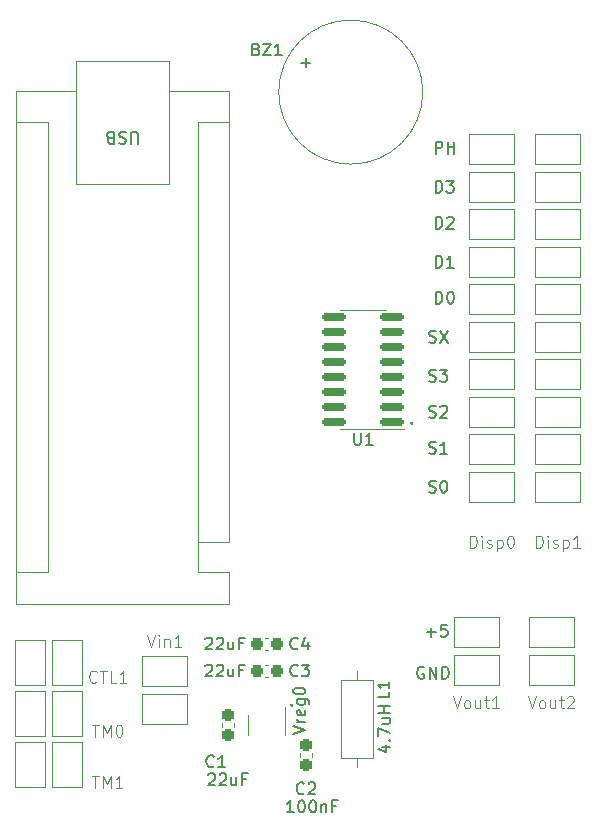
<source format=gbr>
%TF.GenerationSoftware,KiCad,Pcbnew,7.0.8*%
%TF.CreationDate,2023-12-02T15:31:10-08:00*%
%TF.ProjectId,LED_MAIN_BOARD_POWER,4c45445f-4d41-4494-9e5f-424f4152445f,rev?*%
%TF.SameCoordinates,Original*%
%TF.FileFunction,Legend,Top*%
%TF.FilePolarity,Positive*%
%FSLAX46Y46*%
G04 Gerber Fmt 4.6, Leading zero omitted, Abs format (unit mm)*
G04 Created by KiCad (PCBNEW 7.0.8) date 2023-12-02 15:31:10*
%MOMM*%
%LPD*%
G01*
G04 APERTURE LIST*
G04 Aperture macros list*
%AMRoundRect*
0 Rectangle with rounded corners*
0 $1 Rounding radius*
0 $2 $3 $4 $5 $6 $7 $8 $9 X,Y pos of 4 corners*
0 Add a 4 corners polygon primitive as box body*
4,1,4,$2,$3,$4,$5,$6,$7,$8,$9,$2,$3,0*
0 Add four circle primitives for the rounded corners*
1,1,$1+$1,$2,$3*
1,1,$1+$1,$4,$5*
1,1,$1+$1,$6,$7*
1,1,$1+$1,$8,$9*
0 Add four rect primitives between the rounded corners*
20,1,$1+$1,$2,$3,$4,$5,0*
20,1,$1+$1,$4,$5,$6,$7,0*
20,1,$1+$1,$6,$7,$8,$9,0*
20,1,$1+$1,$8,$9,$2,$3,0*%
G04 Aperture macros list end*
%ADD10C,0.150000*%
%ADD11C,0.100000*%
%ADD12C,0.120000*%
%ADD13R,2.540000X1.524000*%
%ADD14R,1.524000X2.540000*%
%ADD15RoundRect,0.237500X0.300000X0.237500X-0.300000X0.237500X-0.300000X-0.237500X0.300000X-0.237500X0*%
%ADD16R,1.600000X1.600000*%
%ADD17O,1.600000X1.600000*%
%ADD18C,1.600000*%
%ADD19R,2.000000X2.000000*%
%ADD20C,2.000000*%
%ADD21C,3.200000*%
%ADD22RoundRect,0.237500X-0.237500X0.300000X-0.237500X-0.300000X0.237500X-0.300000X0.237500X0.300000X0*%
%ADD23R,0.650000X2.000000*%
%ADD24RoundRect,0.150000X0.825000X0.150000X-0.825000X0.150000X-0.825000X-0.150000X0.825000X-0.150000X0*%
G04 APERTURE END LIST*
D10*
X192868779Y-73783819D02*
X192868779Y-72783819D01*
X192868779Y-72783819D02*
X193249731Y-72783819D01*
X193249731Y-72783819D02*
X193344969Y-72831438D01*
X193344969Y-72831438D02*
X193392588Y-72879057D01*
X193392588Y-72879057D02*
X193440207Y-72974295D01*
X193440207Y-72974295D02*
X193440207Y-73117152D01*
X193440207Y-73117152D02*
X193392588Y-73212390D01*
X193392588Y-73212390D02*
X193344969Y-73260009D01*
X193344969Y-73260009D02*
X193249731Y-73307628D01*
X193249731Y-73307628D02*
X192868779Y-73307628D01*
X193868779Y-73783819D02*
X193868779Y-72783819D01*
X193868779Y-73260009D02*
X194440207Y-73260009D01*
X194440207Y-73783819D02*
X194440207Y-72783819D01*
X192868779Y-80133819D02*
X192868779Y-79133819D01*
X192868779Y-79133819D02*
X193106874Y-79133819D01*
X193106874Y-79133819D02*
X193249731Y-79181438D01*
X193249731Y-79181438D02*
X193344969Y-79276676D01*
X193344969Y-79276676D02*
X193392588Y-79371914D01*
X193392588Y-79371914D02*
X193440207Y-79562390D01*
X193440207Y-79562390D02*
X193440207Y-79705247D01*
X193440207Y-79705247D02*
X193392588Y-79895723D01*
X193392588Y-79895723D02*
X193344969Y-79990961D01*
X193344969Y-79990961D02*
X193249731Y-80086200D01*
X193249731Y-80086200D02*
X193106874Y-80133819D01*
X193106874Y-80133819D02*
X192868779Y-80133819D01*
X193821160Y-79229057D02*
X193868779Y-79181438D01*
X193868779Y-79181438D02*
X193964017Y-79133819D01*
X193964017Y-79133819D02*
X194202112Y-79133819D01*
X194202112Y-79133819D02*
X194297350Y-79181438D01*
X194297350Y-79181438D02*
X194344969Y-79229057D01*
X194344969Y-79229057D02*
X194392588Y-79324295D01*
X194392588Y-79324295D02*
X194392588Y-79419533D01*
X194392588Y-79419533D02*
X194344969Y-79562390D01*
X194344969Y-79562390D02*
X193773541Y-80133819D01*
X193773541Y-80133819D02*
X194392588Y-80133819D01*
X192313160Y-102438200D02*
X192456017Y-102485819D01*
X192456017Y-102485819D02*
X192694112Y-102485819D01*
X192694112Y-102485819D02*
X192789350Y-102438200D01*
X192789350Y-102438200D02*
X192836969Y-102390580D01*
X192836969Y-102390580D02*
X192884588Y-102295342D01*
X192884588Y-102295342D02*
X192884588Y-102200104D01*
X192884588Y-102200104D02*
X192836969Y-102104866D01*
X192836969Y-102104866D02*
X192789350Y-102057247D01*
X192789350Y-102057247D02*
X192694112Y-102009628D01*
X192694112Y-102009628D02*
X192503636Y-101962009D01*
X192503636Y-101962009D02*
X192408398Y-101914390D01*
X192408398Y-101914390D02*
X192360779Y-101866771D01*
X192360779Y-101866771D02*
X192313160Y-101771533D01*
X192313160Y-101771533D02*
X192313160Y-101676295D01*
X192313160Y-101676295D02*
X192360779Y-101581057D01*
X192360779Y-101581057D02*
X192408398Y-101533438D01*
X192408398Y-101533438D02*
X192503636Y-101485819D01*
X192503636Y-101485819D02*
X192741731Y-101485819D01*
X192741731Y-101485819D02*
X192884588Y-101533438D01*
X193503636Y-101485819D02*
X193598874Y-101485819D01*
X193598874Y-101485819D02*
X193694112Y-101533438D01*
X193694112Y-101533438D02*
X193741731Y-101581057D01*
X193741731Y-101581057D02*
X193789350Y-101676295D01*
X193789350Y-101676295D02*
X193836969Y-101866771D01*
X193836969Y-101866771D02*
X193836969Y-102104866D01*
X193836969Y-102104866D02*
X193789350Y-102295342D01*
X193789350Y-102295342D02*
X193741731Y-102390580D01*
X193741731Y-102390580D02*
X193694112Y-102438200D01*
X193694112Y-102438200D02*
X193598874Y-102485819D01*
X193598874Y-102485819D02*
X193503636Y-102485819D01*
X193503636Y-102485819D02*
X193408398Y-102438200D01*
X193408398Y-102438200D02*
X193360779Y-102390580D01*
X193360779Y-102390580D02*
X193313160Y-102295342D01*
X193313160Y-102295342D02*
X193265541Y-102104866D01*
X193265541Y-102104866D02*
X193265541Y-101866771D01*
X193265541Y-101866771D02*
X193313160Y-101676295D01*
X193313160Y-101676295D02*
X193360779Y-101581057D01*
X193360779Y-101581057D02*
X193408398Y-101533438D01*
X193408398Y-101533438D02*
X193503636Y-101485819D01*
X192868779Y-77085819D02*
X192868779Y-76085819D01*
X192868779Y-76085819D02*
X193106874Y-76085819D01*
X193106874Y-76085819D02*
X193249731Y-76133438D01*
X193249731Y-76133438D02*
X193344969Y-76228676D01*
X193344969Y-76228676D02*
X193392588Y-76323914D01*
X193392588Y-76323914D02*
X193440207Y-76514390D01*
X193440207Y-76514390D02*
X193440207Y-76657247D01*
X193440207Y-76657247D02*
X193392588Y-76847723D01*
X193392588Y-76847723D02*
X193344969Y-76942961D01*
X193344969Y-76942961D02*
X193249731Y-77038200D01*
X193249731Y-77038200D02*
X193106874Y-77085819D01*
X193106874Y-77085819D02*
X192868779Y-77085819D01*
X193773541Y-76085819D02*
X194392588Y-76085819D01*
X194392588Y-76085819D02*
X194059255Y-76466771D01*
X194059255Y-76466771D02*
X194202112Y-76466771D01*
X194202112Y-76466771D02*
X194297350Y-76514390D01*
X194297350Y-76514390D02*
X194344969Y-76562009D01*
X194344969Y-76562009D02*
X194392588Y-76657247D01*
X194392588Y-76657247D02*
X194392588Y-76895342D01*
X194392588Y-76895342D02*
X194344969Y-76990580D01*
X194344969Y-76990580D02*
X194297350Y-77038200D01*
X194297350Y-77038200D02*
X194202112Y-77085819D01*
X194202112Y-77085819D02*
X193916398Y-77085819D01*
X193916398Y-77085819D02*
X193821160Y-77038200D01*
X193821160Y-77038200D02*
X193773541Y-76990580D01*
X180676779Y-120424580D02*
X180724398Y-120472200D01*
X180724398Y-120472200D02*
X180676779Y-120519819D01*
X180676779Y-120519819D02*
X180629160Y-120472200D01*
X180629160Y-120472200D02*
X180676779Y-120424580D01*
X180676779Y-120424580D02*
X180676779Y-120519819D01*
X192868779Y-86483819D02*
X192868779Y-85483819D01*
X192868779Y-85483819D02*
X193106874Y-85483819D01*
X193106874Y-85483819D02*
X193249731Y-85531438D01*
X193249731Y-85531438D02*
X193344969Y-85626676D01*
X193344969Y-85626676D02*
X193392588Y-85721914D01*
X193392588Y-85721914D02*
X193440207Y-85912390D01*
X193440207Y-85912390D02*
X193440207Y-86055247D01*
X193440207Y-86055247D02*
X193392588Y-86245723D01*
X193392588Y-86245723D02*
X193344969Y-86340961D01*
X193344969Y-86340961D02*
X193249731Y-86436200D01*
X193249731Y-86436200D02*
X193106874Y-86483819D01*
X193106874Y-86483819D02*
X192868779Y-86483819D01*
X194059255Y-85483819D02*
X194154493Y-85483819D01*
X194154493Y-85483819D02*
X194249731Y-85531438D01*
X194249731Y-85531438D02*
X194297350Y-85579057D01*
X194297350Y-85579057D02*
X194344969Y-85674295D01*
X194344969Y-85674295D02*
X194392588Y-85864771D01*
X194392588Y-85864771D02*
X194392588Y-86102866D01*
X194392588Y-86102866D02*
X194344969Y-86293342D01*
X194344969Y-86293342D02*
X194297350Y-86388580D01*
X194297350Y-86388580D02*
X194249731Y-86436200D01*
X194249731Y-86436200D02*
X194154493Y-86483819D01*
X194154493Y-86483819D02*
X194059255Y-86483819D01*
X194059255Y-86483819D02*
X193964017Y-86436200D01*
X193964017Y-86436200D02*
X193916398Y-86388580D01*
X193916398Y-86388580D02*
X193868779Y-86293342D01*
X193868779Y-86293342D02*
X193821160Y-86102866D01*
X193821160Y-86102866D02*
X193821160Y-85864771D01*
X193821160Y-85864771D02*
X193868779Y-85674295D01*
X193868779Y-85674295D02*
X193916398Y-85579057D01*
X193916398Y-85579057D02*
X193964017Y-85531438D01*
X193964017Y-85531438D02*
X194059255Y-85483819D01*
X192868779Y-83435819D02*
X192868779Y-82435819D01*
X192868779Y-82435819D02*
X193106874Y-82435819D01*
X193106874Y-82435819D02*
X193249731Y-82483438D01*
X193249731Y-82483438D02*
X193344969Y-82578676D01*
X193344969Y-82578676D02*
X193392588Y-82673914D01*
X193392588Y-82673914D02*
X193440207Y-82864390D01*
X193440207Y-82864390D02*
X193440207Y-83007247D01*
X193440207Y-83007247D02*
X193392588Y-83197723D01*
X193392588Y-83197723D02*
X193344969Y-83292961D01*
X193344969Y-83292961D02*
X193249731Y-83388200D01*
X193249731Y-83388200D02*
X193106874Y-83435819D01*
X193106874Y-83435819D02*
X192868779Y-83435819D01*
X194392588Y-83435819D02*
X193821160Y-83435819D01*
X194106874Y-83435819D02*
X194106874Y-82435819D01*
X194106874Y-82435819D02*
X194011636Y-82578676D01*
X194011636Y-82578676D02*
X193916398Y-82673914D01*
X193916398Y-82673914D02*
X193821160Y-82721533D01*
X192313160Y-99136200D02*
X192456017Y-99183819D01*
X192456017Y-99183819D02*
X192694112Y-99183819D01*
X192694112Y-99183819D02*
X192789350Y-99136200D01*
X192789350Y-99136200D02*
X192836969Y-99088580D01*
X192836969Y-99088580D02*
X192884588Y-98993342D01*
X192884588Y-98993342D02*
X192884588Y-98898104D01*
X192884588Y-98898104D02*
X192836969Y-98802866D01*
X192836969Y-98802866D02*
X192789350Y-98755247D01*
X192789350Y-98755247D02*
X192694112Y-98707628D01*
X192694112Y-98707628D02*
X192503636Y-98660009D01*
X192503636Y-98660009D02*
X192408398Y-98612390D01*
X192408398Y-98612390D02*
X192360779Y-98564771D01*
X192360779Y-98564771D02*
X192313160Y-98469533D01*
X192313160Y-98469533D02*
X192313160Y-98374295D01*
X192313160Y-98374295D02*
X192360779Y-98279057D01*
X192360779Y-98279057D02*
X192408398Y-98231438D01*
X192408398Y-98231438D02*
X192503636Y-98183819D01*
X192503636Y-98183819D02*
X192741731Y-98183819D01*
X192741731Y-98183819D02*
X192884588Y-98231438D01*
X193836969Y-99183819D02*
X193265541Y-99183819D01*
X193551255Y-99183819D02*
X193551255Y-98183819D01*
X193551255Y-98183819D02*
X193456017Y-98326676D01*
X193456017Y-98326676D02*
X193360779Y-98421914D01*
X193360779Y-98421914D02*
X193265541Y-98469533D01*
X192313160Y-89738200D02*
X192456017Y-89785819D01*
X192456017Y-89785819D02*
X192694112Y-89785819D01*
X192694112Y-89785819D02*
X192789350Y-89738200D01*
X192789350Y-89738200D02*
X192836969Y-89690580D01*
X192836969Y-89690580D02*
X192884588Y-89595342D01*
X192884588Y-89595342D02*
X192884588Y-89500104D01*
X192884588Y-89500104D02*
X192836969Y-89404866D01*
X192836969Y-89404866D02*
X192789350Y-89357247D01*
X192789350Y-89357247D02*
X192694112Y-89309628D01*
X192694112Y-89309628D02*
X192503636Y-89262009D01*
X192503636Y-89262009D02*
X192408398Y-89214390D01*
X192408398Y-89214390D02*
X192360779Y-89166771D01*
X192360779Y-89166771D02*
X192313160Y-89071533D01*
X192313160Y-89071533D02*
X192313160Y-88976295D01*
X192313160Y-88976295D02*
X192360779Y-88881057D01*
X192360779Y-88881057D02*
X192408398Y-88833438D01*
X192408398Y-88833438D02*
X192503636Y-88785819D01*
X192503636Y-88785819D02*
X192741731Y-88785819D01*
X192741731Y-88785819D02*
X192884588Y-88833438D01*
X193217922Y-88785819D02*
X193884588Y-89785819D01*
X193884588Y-88785819D02*
X193217922Y-89785819D01*
X190836779Y-96548580D02*
X190884398Y-96596200D01*
X190884398Y-96596200D02*
X190836779Y-96643819D01*
X190836779Y-96643819D02*
X190789160Y-96596200D01*
X190789160Y-96596200D02*
X190836779Y-96548580D01*
X190836779Y-96548580D02*
X190836779Y-96643819D01*
X192313160Y-96088200D02*
X192456017Y-96135819D01*
X192456017Y-96135819D02*
X192694112Y-96135819D01*
X192694112Y-96135819D02*
X192789350Y-96088200D01*
X192789350Y-96088200D02*
X192836969Y-96040580D01*
X192836969Y-96040580D02*
X192884588Y-95945342D01*
X192884588Y-95945342D02*
X192884588Y-95850104D01*
X192884588Y-95850104D02*
X192836969Y-95754866D01*
X192836969Y-95754866D02*
X192789350Y-95707247D01*
X192789350Y-95707247D02*
X192694112Y-95659628D01*
X192694112Y-95659628D02*
X192503636Y-95612009D01*
X192503636Y-95612009D02*
X192408398Y-95564390D01*
X192408398Y-95564390D02*
X192360779Y-95516771D01*
X192360779Y-95516771D02*
X192313160Y-95421533D01*
X192313160Y-95421533D02*
X192313160Y-95326295D01*
X192313160Y-95326295D02*
X192360779Y-95231057D01*
X192360779Y-95231057D02*
X192408398Y-95183438D01*
X192408398Y-95183438D02*
X192503636Y-95135819D01*
X192503636Y-95135819D02*
X192741731Y-95135819D01*
X192741731Y-95135819D02*
X192884588Y-95183438D01*
X193265541Y-95231057D02*
X193313160Y-95183438D01*
X193313160Y-95183438D02*
X193408398Y-95135819D01*
X193408398Y-95135819D02*
X193646493Y-95135819D01*
X193646493Y-95135819D02*
X193741731Y-95183438D01*
X193741731Y-95183438D02*
X193789350Y-95231057D01*
X193789350Y-95231057D02*
X193836969Y-95326295D01*
X193836969Y-95326295D02*
X193836969Y-95421533D01*
X193836969Y-95421533D02*
X193789350Y-95564390D01*
X193789350Y-95564390D02*
X193217922Y-96135819D01*
X193217922Y-96135819D02*
X193836969Y-96135819D01*
X192106779Y-114296866D02*
X192868684Y-114296866D01*
X192487731Y-114677819D02*
X192487731Y-113915914D01*
X193821064Y-113677819D02*
X193344874Y-113677819D01*
X193344874Y-113677819D02*
X193297255Y-114154009D01*
X193297255Y-114154009D02*
X193344874Y-114106390D01*
X193344874Y-114106390D02*
X193440112Y-114058771D01*
X193440112Y-114058771D02*
X193678207Y-114058771D01*
X193678207Y-114058771D02*
X193773445Y-114106390D01*
X193773445Y-114106390D02*
X193821064Y-114154009D01*
X193821064Y-114154009D02*
X193868683Y-114249247D01*
X193868683Y-114249247D02*
X193868683Y-114487342D01*
X193868683Y-114487342D02*
X193821064Y-114582580D01*
X193821064Y-114582580D02*
X193773445Y-114630200D01*
X193773445Y-114630200D02*
X193678207Y-114677819D01*
X193678207Y-114677819D02*
X193440112Y-114677819D01*
X193440112Y-114677819D02*
X193344874Y-114630200D01*
X193344874Y-114630200D02*
X193297255Y-114582580D01*
X192313160Y-93040200D02*
X192456017Y-93087819D01*
X192456017Y-93087819D02*
X192694112Y-93087819D01*
X192694112Y-93087819D02*
X192789350Y-93040200D01*
X192789350Y-93040200D02*
X192836969Y-92992580D01*
X192836969Y-92992580D02*
X192884588Y-92897342D01*
X192884588Y-92897342D02*
X192884588Y-92802104D01*
X192884588Y-92802104D02*
X192836969Y-92706866D01*
X192836969Y-92706866D02*
X192789350Y-92659247D01*
X192789350Y-92659247D02*
X192694112Y-92611628D01*
X192694112Y-92611628D02*
X192503636Y-92564009D01*
X192503636Y-92564009D02*
X192408398Y-92516390D01*
X192408398Y-92516390D02*
X192360779Y-92468771D01*
X192360779Y-92468771D02*
X192313160Y-92373533D01*
X192313160Y-92373533D02*
X192313160Y-92278295D01*
X192313160Y-92278295D02*
X192360779Y-92183057D01*
X192360779Y-92183057D02*
X192408398Y-92135438D01*
X192408398Y-92135438D02*
X192503636Y-92087819D01*
X192503636Y-92087819D02*
X192741731Y-92087819D01*
X192741731Y-92087819D02*
X192884588Y-92135438D01*
X193217922Y-92087819D02*
X193836969Y-92087819D01*
X193836969Y-92087819D02*
X193503636Y-92468771D01*
X193503636Y-92468771D02*
X193646493Y-92468771D01*
X193646493Y-92468771D02*
X193741731Y-92516390D01*
X193741731Y-92516390D02*
X193789350Y-92564009D01*
X193789350Y-92564009D02*
X193836969Y-92659247D01*
X193836969Y-92659247D02*
X193836969Y-92897342D01*
X193836969Y-92897342D02*
X193789350Y-92992580D01*
X193789350Y-92992580D02*
X193741731Y-93040200D01*
X193741731Y-93040200D02*
X193646493Y-93087819D01*
X193646493Y-93087819D02*
X193360779Y-93087819D01*
X193360779Y-93087819D02*
X193265541Y-93040200D01*
X193265541Y-93040200D02*
X193217922Y-92992580D01*
X191868588Y-117281438D02*
X191773350Y-117233819D01*
X191773350Y-117233819D02*
X191630493Y-117233819D01*
X191630493Y-117233819D02*
X191487636Y-117281438D01*
X191487636Y-117281438D02*
X191392398Y-117376676D01*
X191392398Y-117376676D02*
X191344779Y-117471914D01*
X191344779Y-117471914D02*
X191297160Y-117662390D01*
X191297160Y-117662390D02*
X191297160Y-117805247D01*
X191297160Y-117805247D02*
X191344779Y-117995723D01*
X191344779Y-117995723D02*
X191392398Y-118090961D01*
X191392398Y-118090961D02*
X191487636Y-118186200D01*
X191487636Y-118186200D02*
X191630493Y-118233819D01*
X191630493Y-118233819D02*
X191725731Y-118233819D01*
X191725731Y-118233819D02*
X191868588Y-118186200D01*
X191868588Y-118186200D02*
X191916207Y-118138580D01*
X191916207Y-118138580D02*
X191916207Y-117805247D01*
X191916207Y-117805247D02*
X191725731Y-117805247D01*
X192344779Y-118233819D02*
X192344779Y-117233819D01*
X192344779Y-117233819D02*
X192916207Y-118233819D01*
X192916207Y-118233819D02*
X192916207Y-117233819D01*
X193392398Y-118233819D02*
X193392398Y-117233819D01*
X193392398Y-117233819D02*
X193630493Y-117233819D01*
X193630493Y-117233819D02*
X193773350Y-117281438D01*
X193773350Y-117281438D02*
X193868588Y-117376676D01*
X193868588Y-117376676D02*
X193916207Y-117471914D01*
X193916207Y-117471914D02*
X193963826Y-117662390D01*
X193963826Y-117662390D02*
X193963826Y-117805247D01*
X193963826Y-117805247D02*
X193916207Y-117995723D01*
X193916207Y-117995723D02*
X193868588Y-118090961D01*
X193868588Y-118090961D02*
X193773350Y-118186200D01*
X193773350Y-118186200D02*
X193630493Y-118233819D01*
X193630493Y-118233819D02*
X193392398Y-118233819D01*
D11*
X201366667Y-107137419D02*
X201366667Y-106137419D01*
X201366667Y-106137419D02*
X201604762Y-106137419D01*
X201604762Y-106137419D02*
X201747619Y-106185038D01*
X201747619Y-106185038D02*
X201842857Y-106280276D01*
X201842857Y-106280276D02*
X201890476Y-106375514D01*
X201890476Y-106375514D02*
X201938095Y-106565990D01*
X201938095Y-106565990D02*
X201938095Y-106708847D01*
X201938095Y-106708847D02*
X201890476Y-106899323D01*
X201890476Y-106899323D02*
X201842857Y-106994561D01*
X201842857Y-106994561D02*
X201747619Y-107089800D01*
X201747619Y-107089800D02*
X201604762Y-107137419D01*
X201604762Y-107137419D02*
X201366667Y-107137419D01*
X202366667Y-107137419D02*
X202366667Y-106470752D01*
X202366667Y-106137419D02*
X202319048Y-106185038D01*
X202319048Y-106185038D02*
X202366667Y-106232657D01*
X202366667Y-106232657D02*
X202414286Y-106185038D01*
X202414286Y-106185038D02*
X202366667Y-106137419D01*
X202366667Y-106137419D02*
X202366667Y-106232657D01*
X202795238Y-107089800D02*
X202890476Y-107137419D01*
X202890476Y-107137419D02*
X203080952Y-107137419D01*
X203080952Y-107137419D02*
X203176190Y-107089800D01*
X203176190Y-107089800D02*
X203223809Y-106994561D01*
X203223809Y-106994561D02*
X203223809Y-106946942D01*
X203223809Y-106946942D02*
X203176190Y-106851704D01*
X203176190Y-106851704D02*
X203080952Y-106804085D01*
X203080952Y-106804085D02*
X202938095Y-106804085D01*
X202938095Y-106804085D02*
X202842857Y-106756466D01*
X202842857Y-106756466D02*
X202795238Y-106661228D01*
X202795238Y-106661228D02*
X202795238Y-106613609D01*
X202795238Y-106613609D02*
X202842857Y-106518371D01*
X202842857Y-106518371D02*
X202938095Y-106470752D01*
X202938095Y-106470752D02*
X203080952Y-106470752D01*
X203080952Y-106470752D02*
X203176190Y-106518371D01*
X203652381Y-106470752D02*
X203652381Y-107470752D01*
X203652381Y-106518371D02*
X203747619Y-106470752D01*
X203747619Y-106470752D02*
X203938095Y-106470752D01*
X203938095Y-106470752D02*
X204033333Y-106518371D01*
X204033333Y-106518371D02*
X204080952Y-106565990D01*
X204080952Y-106565990D02*
X204128571Y-106661228D01*
X204128571Y-106661228D02*
X204128571Y-106946942D01*
X204128571Y-106946942D02*
X204080952Y-107042180D01*
X204080952Y-107042180D02*
X204033333Y-107089800D01*
X204033333Y-107089800D02*
X203938095Y-107137419D01*
X203938095Y-107137419D02*
X203747619Y-107137419D01*
X203747619Y-107137419D02*
X203652381Y-107089800D01*
X205080952Y-107137419D02*
X204509524Y-107137419D01*
X204795238Y-107137419D02*
X204795238Y-106137419D01*
X204795238Y-106137419D02*
X204700000Y-106280276D01*
X204700000Y-106280276D02*
X204604762Y-106375514D01*
X204604762Y-106375514D02*
X204509524Y-106423133D01*
X164147618Y-118472180D02*
X164099999Y-118519800D01*
X164099999Y-118519800D02*
X163957142Y-118567419D01*
X163957142Y-118567419D02*
X163861904Y-118567419D01*
X163861904Y-118567419D02*
X163719047Y-118519800D01*
X163719047Y-118519800D02*
X163623809Y-118424561D01*
X163623809Y-118424561D02*
X163576190Y-118329323D01*
X163576190Y-118329323D02*
X163528571Y-118138847D01*
X163528571Y-118138847D02*
X163528571Y-117995990D01*
X163528571Y-117995990D02*
X163576190Y-117805514D01*
X163576190Y-117805514D02*
X163623809Y-117710276D01*
X163623809Y-117710276D02*
X163719047Y-117615038D01*
X163719047Y-117615038D02*
X163861904Y-117567419D01*
X163861904Y-117567419D02*
X163957142Y-117567419D01*
X163957142Y-117567419D02*
X164099999Y-117615038D01*
X164099999Y-117615038D02*
X164147618Y-117662657D01*
X164433333Y-117567419D02*
X165004761Y-117567419D01*
X164719047Y-118567419D02*
X164719047Y-117567419D01*
X165814285Y-118567419D02*
X165338095Y-118567419D01*
X165338095Y-118567419D02*
X165338095Y-117567419D01*
X166671428Y-118567419D02*
X166100000Y-118567419D01*
X166385714Y-118567419D02*
X166385714Y-117567419D01*
X166385714Y-117567419D02*
X166290476Y-117710276D01*
X166290476Y-117710276D02*
X166195238Y-117805514D01*
X166195238Y-117805514D02*
X166100000Y-117853133D01*
D10*
X181189333Y-117961580D02*
X181141714Y-118009200D01*
X181141714Y-118009200D02*
X180998857Y-118056819D01*
X180998857Y-118056819D02*
X180903619Y-118056819D01*
X180903619Y-118056819D02*
X180760762Y-118009200D01*
X180760762Y-118009200D02*
X180665524Y-117913961D01*
X180665524Y-117913961D02*
X180617905Y-117818723D01*
X180617905Y-117818723D02*
X180570286Y-117628247D01*
X180570286Y-117628247D02*
X180570286Y-117485390D01*
X180570286Y-117485390D02*
X180617905Y-117294914D01*
X180617905Y-117294914D02*
X180665524Y-117199676D01*
X180665524Y-117199676D02*
X180760762Y-117104438D01*
X180760762Y-117104438D02*
X180903619Y-117056819D01*
X180903619Y-117056819D02*
X180998857Y-117056819D01*
X180998857Y-117056819D02*
X181141714Y-117104438D01*
X181141714Y-117104438D02*
X181189333Y-117152057D01*
X181522667Y-117056819D02*
X182141714Y-117056819D01*
X182141714Y-117056819D02*
X181808381Y-117437771D01*
X181808381Y-117437771D02*
X181951238Y-117437771D01*
X181951238Y-117437771D02*
X182046476Y-117485390D01*
X182046476Y-117485390D02*
X182094095Y-117533009D01*
X182094095Y-117533009D02*
X182141714Y-117628247D01*
X182141714Y-117628247D02*
X182141714Y-117866342D01*
X182141714Y-117866342D02*
X182094095Y-117961580D01*
X182094095Y-117961580D02*
X182046476Y-118009200D01*
X182046476Y-118009200D02*
X181951238Y-118056819D01*
X181951238Y-118056819D02*
X181665524Y-118056819D01*
X181665524Y-118056819D02*
X181570286Y-118009200D01*
X181570286Y-118009200D02*
X181522667Y-117961580D01*
X173363143Y-117152057D02*
X173410762Y-117104438D01*
X173410762Y-117104438D02*
X173506000Y-117056819D01*
X173506000Y-117056819D02*
X173744095Y-117056819D01*
X173744095Y-117056819D02*
X173839333Y-117104438D01*
X173839333Y-117104438D02*
X173886952Y-117152057D01*
X173886952Y-117152057D02*
X173934571Y-117247295D01*
X173934571Y-117247295D02*
X173934571Y-117342533D01*
X173934571Y-117342533D02*
X173886952Y-117485390D01*
X173886952Y-117485390D02*
X173315524Y-118056819D01*
X173315524Y-118056819D02*
X173934571Y-118056819D01*
X174315524Y-117152057D02*
X174363143Y-117104438D01*
X174363143Y-117104438D02*
X174458381Y-117056819D01*
X174458381Y-117056819D02*
X174696476Y-117056819D01*
X174696476Y-117056819D02*
X174791714Y-117104438D01*
X174791714Y-117104438D02*
X174839333Y-117152057D01*
X174839333Y-117152057D02*
X174886952Y-117247295D01*
X174886952Y-117247295D02*
X174886952Y-117342533D01*
X174886952Y-117342533D02*
X174839333Y-117485390D01*
X174839333Y-117485390D02*
X174267905Y-118056819D01*
X174267905Y-118056819D02*
X174886952Y-118056819D01*
X175744095Y-117390152D02*
X175744095Y-118056819D01*
X175315524Y-117390152D02*
X175315524Y-117913961D01*
X175315524Y-117913961D02*
X175363143Y-118009200D01*
X175363143Y-118009200D02*
X175458381Y-118056819D01*
X175458381Y-118056819D02*
X175601238Y-118056819D01*
X175601238Y-118056819D02*
X175696476Y-118009200D01*
X175696476Y-118009200D02*
X175744095Y-117961580D01*
X176553619Y-117533009D02*
X176220286Y-117533009D01*
X176220286Y-118056819D02*
X176220286Y-117056819D01*
X176220286Y-117056819D02*
X176696476Y-117056819D01*
X167631904Y-72935180D02*
X167631904Y-72125657D01*
X167631904Y-72125657D02*
X167584285Y-72030419D01*
X167584285Y-72030419D02*
X167536666Y-71982800D01*
X167536666Y-71982800D02*
X167441428Y-71935180D01*
X167441428Y-71935180D02*
X167250952Y-71935180D01*
X167250952Y-71935180D02*
X167155714Y-71982800D01*
X167155714Y-71982800D02*
X167108095Y-72030419D01*
X167108095Y-72030419D02*
X167060476Y-72125657D01*
X167060476Y-72125657D02*
X167060476Y-72935180D01*
X166631904Y-71982800D02*
X166489047Y-71935180D01*
X166489047Y-71935180D02*
X166250952Y-71935180D01*
X166250952Y-71935180D02*
X166155714Y-71982800D01*
X166155714Y-71982800D02*
X166108095Y-72030419D01*
X166108095Y-72030419D02*
X166060476Y-72125657D01*
X166060476Y-72125657D02*
X166060476Y-72220895D01*
X166060476Y-72220895D02*
X166108095Y-72316133D01*
X166108095Y-72316133D02*
X166155714Y-72363752D01*
X166155714Y-72363752D02*
X166250952Y-72411371D01*
X166250952Y-72411371D02*
X166441428Y-72458990D01*
X166441428Y-72458990D02*
X166536666Y-72506609D01*
X166536666Y-72506609D02*
X166584285Y-72554228D01*
X166584285Y-72554228D02*
X166631904Y-72649466D01*
X166631904Y-72649466D02*
X166631904Y-72744704D01*
X166631904Y-72744704D02*
X166584285Y-72839942D01*
X166584285Y-72839942D02*
X166536666Y-72887561D01*
X166536666Y-72887561D02*
X166441428Y-72935180D01*
X166441428Y-72935180D02*
X166203333Y-72935180D01*
X166203333Y-72935180D02*
X166060476Y-72887561D01*
X165298571Y-72458990D02*
X165155714Y-72411371D01*
X165155714Y-72411371D02*
X165108095Y-72363752D01*
X165108095Y-72363752D02*
X165060476Y-72268514D01*
X165060476Y-72268514D02*
X165060476Y-72125657D01*
X165060476Y-72125657D02*
X165108095Y-72030419D01*
X165108095Y-72030419D02*
X165155714Y-71982800D01*
X165155714Y-71982800D02*
X165250952Y-71935180D01*
X165250952Y-71935180D02*
X165631904Y-71935180D01*
X165631904Y-71935180D02*
X165631904Y-72935180D01*
X165631904Y-72935180D02*
X165298571Y-72935180D01*
X165298571Y-72935180D02*
X165203333Y-72887561D01*
X165203333Y-72887561D02*
X165155714Y-72839942D01*
X165155714Y-72839942D02*
X165108095Y-72744704D01*
X165108095Y-72744704D02*
X165108095Y-72649466D01*
X165108095Y-72649466D02*
X165155714Y-72554228D01*
X165155714Y-72554228D02*
X165203333Y-72506609D01*
X165203333Y-72506609D02*
X165298571Y-72458990D01*
X165298571Y-72458990D02*
X165631904Y-72458990D01*
X188943819Y-119359166D02*
X188943819Y-119835356D01*
X188943819Y-119835356D02*
X187943819Y-119835356D01*
X188943819Y-118502023D02*
X188943819Y-119073451D01*
X188943819Y-118787737D02*
X187943819Y-118787737D01*
X187943819Y-118787737D02*
X188086676Y-118882975D01*
X188086676Y-118882975D02*
X188181914Y-118978213D01*
X188181914Y-118978213D02*
X188229533Y-119073451D01*
X188340152Y-123994499D02*
X189006819Y-123994499D01*
X187959200Y-124232594D02*
X188673485Y-124470689D01*
X188673485Y-124470689D02*
X188673485Y-123851642D01*
X188911580Y-123470689D02*
X188959200Y-123423070D01*
X188959200Y-123423070D02*
X189006819Y-123470689D01*
X189006819Y-123470689D02*
X188959200Y-123518308D01*
X188959200Y-123518308D02*
X188911580Y-123470689D01*
X188911580Y-123470689D02*
X189006819Y-123470689D01*
X188006819Y-123089737D02*
X188006819Y-122423071D01*
X188006819Y-122423071D02*
X189006819Y-122851642D01*
X188340152Y-121613547D02*
X189006819Y-121613547D01*
X188340152Y-122042118D02*
X188863961Y-122042118D01*
X188863961Y-122042118D02*
X188959200Y-121994499D01*
X188959200Y-121994499D02*
X189006819Y-121899261D01*
X189006819Y-121899261D02*
X189006819Y-121756404D01*
X189006819Y-121756404D02*
X188959200Y-121661166D01*
X188959200Y-121661166D02*
X188911580Y-121613547D01*
X189006819Y-121137356D02*
X188006819Y-121137356D01*
X188483009Y-121137356D02*
X188483009Y-120565928D01*
X189006819Y-120565928D02*
X188006819Y-120565928D01*
X177681047Y-64955009D02*
X177823904Y-65002628D01*
X177823904Y-65002628D02*
X177871523Y-65050247D01*
X177871523Y-65050247D02*
X177919142Y-65145485D01*
X177919142Y-65145485D02*
X177919142Y-65288342D01*
X177919142Y-65288342D02*
X177871523Y-65383580D01*
X177871523Y-65383580D02*
X177823904Y-65431200D01*
X177823904Y-65431200D02*
X177728666Y-65478819D01*
X177728666Y-65478819D02*
X177347714Y-65478819D01*
X177347714Y-65478819D02*
X177347714Y-64478819D01*
X177347714Y-64478819D02*
X177681047Y-64478819D01*
X177681047Y-64478819D02*
X177776285Y-64526438D01*
X177776285Y-64526438D02*
X177823904Y-64574057D01*
X177823904Y-64574057D02*
X177871523Y-64669295D01*
X177871523Y-64669295D02*
X177871523Y-64764533D01*
X177871523Y-64764533D02*
X177823904Y-64859771D01*
X177823904Y-64859771D02*
X177776285Y-64907390D01*
X177776285Y-64907390D02*
X177681047Y-64955009D01*
X177681047Y-64955009D02*
X177347714Y-64955009D01*
X178252476Y-64478819D02*
X178919142Y-64478819D01*
X178919142Y-64478819D02*
X178252476Y-65478819D01*
X178252476Y-65478819D02*
X178919142Y-65478819D01*
X179823904Y-65478819D02*
X179252476Y-65478819D01*
X179538190Y-65478819D02*
X179538190Y-64478819D01*
X179538190Y-64478819D02*
X179442952Y-64621676D01*
X179442952Y-64621676D02*
X179347714Y-64716914D01*
X179347714Y-64716914D02*
X179252476Y-64764533D01*
X181483048Y-66113866D02*
X182244953Y-66113866D01*
X181864000Y-66494819D02*
X181864000Y-65732914D01*
D11*
X195778667Y-107137419D02*
X195778667Y-106137419D01*
X195778667Y-106137419D02*
X196016762Y-106137419D01*
X196016762Y-106137419D02*
X196159619Y-106185038D01*
X196159619Y-106185038D02*
X196254857Y-106280276D01*
X196254857Y-106280276D02*
X196302476Y-106375514D01*
X196302476Y-106375514D02*
X196350095Y-106565990D01*
X196350095Y-106565990D02*
X196350095Y-106708847D01*
X196350095Y-106708847D02*
X196302476Y-106899323D01*
X196302476Y-106899323D02*
X196254857Y-106994561D01*
X196254857Y-106994561D02*
X196159619Y-107089800D01*
X196159619Y-107089800D02*
X196016762Y-107137419D01*
X196016762Y-107137419D02*
X195778667Y-107137419D01*
X196778667Y-107137419D02*
X196778667Y-106470752D01*
X196778667Y-106137419D02*
X196731048Y-106185038D01*
X196731048Y-106185038D02*
X196778667Y-106232657D01*
X196778667Y-106232657D02*
X196826286Y-106185038D01*
X196826286Y-106185038D02*
X196778667Y-106137419D01*
X196778667Y-106137419D02*
X196778667Y-106232657D01*
X197207238Y-107089800D02*
X197302476Y-107137419D01*
X197302476Y-107137419D02*
X197492952Y-107137419D01*
X197492952Y-107137419D02*
X197588190Y-107089800D01*
X197588190Y-107089800D02*
X197635809Y-106994561D01*
X197635809Y-106994561D02*
X197635809Y-106946942D01*
X197635809Y-106946942D02*
X197588190Y-106851704D01*
X197588190Y-106851704D02*
X197492952Y-106804085D01*
X197492952Y-106804085D02*
X197350095Y-106804085D01*
X197350095Y-106804085D02*
X197254857Y-106756466D01*
X197254857Y-106756466D02*
X197207238Y-106661228D01*
X197207238Y-106661228D02*
X197207238Y-106613609D01*
X197207238Y-106613609D02*
X197254857Y-106518371D01*
X197254857Y-106518371D02*
X197350095Y-106470752D01*
X197350095Y-106470752D02*
X197492952Y-106470752D01*
X197492952Y-106470752D02*
X197588190Y-106518371D01*
X198064381Y-106470752D02*
X198064381Y-107470752D01*
X198064381Y-106518371D02*
X198159619Y-106470752D01*
X198159619Y-106470752D02*
X198350095Y-106470752D01*
X198350095Y-106470752D02*
X198445333Y-106518371D01*
X198445333Y-106518371D02*
X198492952Y-106565990D01*
X198492952Y-106565990D02*
X198540571Y-106661228D01*
X198540571Y-106661228D02*
X198540571Y-106946942D01*
X198540571Y-106946942D02*
X198492952Y-107042180D01*
X198492952Y-107042180D02*
X198445333Y-107089800D01*
X198445333Y-107089800D02*
X198350095Y-107137419D01*
X198350095Y-107137419D02*
X198159619Y-107137419D01*
X198159619Y-107137419D02*
X198064381Y-107089800D01*
X199159619Y-106137419D02*
X199254857Y-106137419D01*
X199254857Y-106137419D02*
X199350095Y-106185038D01*
X199350095Y-106185038D02*
X199397714Y-106232657D01*
X199397714Y-106232657D02*
X199445333Y-106327895D01*
X199445333Y-106327895D02*
X199492952Y-106518371D01*
X199492952Y-106518371D02*
X199492952Y-106756466D01*
X199492952Y-106756466D02*
X199445333Y-106946942D01*
X199445333Y-106946942D02*
X199397714Y-107042180D01*
X199397714Y-107042180D02*
X199350095Y-107089800D01*
X199350095Y-107089800D02*
X199254857Y-107137419D01*
X199254857Y-107137419D02*
X199159619Y-107137419D01*
X199159619Y-107137419D02*
X199064381Y-107089800D01*
X199064381Y-107089800D02*
X199016762Y-107042180D01*
X199016762Y-107042180D02*
X198969143Y-106946942D01*
X198969143Y-106946942D02*
X198921524Y-106756466D01*
X198921524Y-106756466D02*
X198921524Y-106518371D01*
X198921524Y-106518371D02*
X198969143Y-106327895D01*
X198969143Y-106327895D02*
X199016762Y-106232657D01*
X199016762Y-106232657D02*
X199064381Y-106185038D01*
X199064381Y-106185038D02*
X199159619Y-106137419D01*
X163766667Y-126457419D02*
X164338095Y-126457419D01*
X164052381Y-127457419D02*
X164052381Y-126457419D01*
X164671429Y-127457419D02*
X164671429Y-126457419D01*
X164671429Y-126457419D02*
X165004762Y-127171704D01*
X165004762Y-127171704D02*
X165338095Y-126457419D01*
X165338095Y-126457419D02*
X165338095Y-127457419D01*
X166338095Y-127457419D02*
X165766667Y-127457419D01*
X166052381Y-127457419D02*
X166052381Y-126457419D01*
X166052381Y-126457419D02*
X165957143Y-126600276D01*
X165957143Y-126600276D02*
X165861905Y-126695514D01*
X165861905Y-126695514D02*
X165766667Y-126743133D01*
D10*
X174077333Y-125648080D02*
X174029714Y-125695700D01*
X174029714Y-125695700D02*
X173886857Y-125743319D01*
X173886857Y-125743319D02*
X173791619Y-125743319D01*
X173791619Y-125743319D02*
X173648762Y-125695700D01*
X173648762Y-125695700D02*
X173553524Y-125600461D01*
X173553524Y-125600461D02*
X173505905Y-125505223D01*
X173505905Y-125505223D02*
X173458286Y-125314747D01*
X173458286Y-125314747D02*
X173458286Y-125171890D01*
X173458286Y-125171890D02*
X173505905Y-124981414D01*
X173505905Y-124981414D02*
X173553524Y-124886176D01*
X173553524Y-124886176D02*
X173648762Y-124790938D01*
X173648762Y-124790938D02*
X173791619Y-124743319D01*
X173791619Y-124743319D02*
X173886857Y-124743319D01*
X173886857Y-124743319D02*
X174029714Y-124790938D01*
X174029714Y-124790938D02*
X174077333Y-124838557D01*
X175029714Y-125743319D02*
X174458286Y-125743319D01*
X174744000Y-125743319D02*
X174744000Y-124743319D01*
X174744000Y-124743319D02*
X174648762Y-124886176D01*
X174648762Y-124886176D02*
X174553524Y-124981414D01*
X174553524Y-124981414D02*
X174458286Y-125029033D01*
X173617143Y-126362557D02*
X173664762Y-126314938D01*
X173664762Y-126314938D02*
X173760000Y-126267319D01*
X173760000Y-126267319D02*
X173998095Y-126267319D01*
X173998095Y-126267319D02*
X174093333Y-126314938D01*
X174093333Y-126314938D02*
X174140952Y-126362557D01*
X174140952Y-126362557D02*
X174188571Y-126457795D01*
X174188571Y-126457795D02*
X174188571Y-126553033D01*
X174188571Y-126553033D02*
X174140952Y-126695890D01*
X174140952Y-126695890D02*
X173569524Y-127267319D01*
X173569524Y-127267319D02*
X174188571Y-127267319D01*
X174569524Y-126362557D02*
X174617143Y-126314938D01*
X174617143Y-126314938D02*
X174712381Y-126267319D01*
X174712381Y-126267319D02*
X174950476Y-126267319D01*
X174950476Y-126267319D02*
X175045714Y-126314938D01*
X175045714Y-126314938D02*
X175093333Y-126362557D01*
X175093333Y-126362557D02*
X175140952Y-126457795D01*
X175140952Y-126457795D02*
X175140952Y-126553033D01*
X175140952Y-126553033D02*
X175093333Y-126695890D01*
X175093333Y-126695890D02*
X174521905Y-127267319D01*
X174521905Y-127267319D02*
X175140952Y-127267319D01*
X175998095Y-126600652D02*
X175998095Y-127267319D01*
X175569524Y-126600652D02*
X175569524Y-127124461D01*
X175569524Y-127124461D02*
X175617143Y-127219700D01*
X175617143Y-127219700D02*
X175712381Y-127267319D01*
X175712381Y-127267319D02*
X175855238Y-127267319D01*
X175855238Y-127267319D02*
X175950476Y-127219700D01*
X175950476Y-127219700D02*
X175998095Y-127172080D01*
X176807619Y-126743509D02*
X176474286Y-126743509D01*
X176474286Y-127267319D02*
X176474286Y-126267319D01*
X176474286Y-126267319D02*
X176950476Y-126267319D01*
D11*
X200666000Y-119748419D02*
X200999333Y-120748419D01*
X200999333Y-120748419D02*
X201332666Y-119748419D01*
X201808857Y-120748419D02*
X201713619Y-120700800D01*
X201713619Y-120700800D02*
X201666000Y-120653180D01*
X201666000Y-120653180D02*
X201618381Y-120557942D01*
X201618381Y-120557942D02*
X201618381Y-120272228D01*
X201618381Y-120272228D02*
X201666000Y-120176990D01*
X201666000Y-120176990D02*
X201713619Y-120129371D01*
X201713619Y-120129371D02*
X201808857Y-120081752D01*
X201808857Y-120081752D02*
X201951714Y-120081752D01*
X201951714Y-120081752D02*
X202046952Y-120129371D01*
X202046952Y-120129371D02*
X202094571Y-120176990D01*
X202094571Y-120176990D02*
X202142190Y-120272228D01*
X202142190Y-120272228D02*
X202142190Y-120557942D01*
X202142190Y-120557942D02*
X202094571Y-120653180D01*
X202094571Y-120653180D02*
X202046952Y-120700800D01*
X202046952Y-120700800D02*
X201951714Y-120748419D01*
X201951714Y-120748419D02*
X201808857Y-120748419D01*
X202999333Y-120081752D02*
X202999333Y-120748419D01*
X202570762Y-120081752D02*
X202570762Y-120605561D01*
X202570762Y-120605561D02*
X202618381Y-120700800D01*
X202618381Y-120700800D02*
X202713619Y-120748419D01*
X202713619Y-120748419D02*
X202856476Y-120748419D01*
X202856476Y-120748419D02*
X202951714Y-120700800D01*
X202951714Y-120700800D02*
X202999333Y-120653180D01*
X203332667Y-120081752D02*
X203713619Y-120081752D01*
X203475524Y-119748419D02*
X203475524Y-120605561D01*
X203475524Y-120605561D02*
X203523143Y-120700800D01*
X203523143Y-120700800D02*
X203618381Y-120748419D01*
X203618381Y-120748419D02*
X203713619Y-120748419D01*
X203999334Y-119843657D02*
X204046953Y-119796038D01*
X204046953Y-119796038D02*
X204142191Y-119748419D01*
X204142191Y-119748419D02*
X204380286Y-119748419D01*
X204380286Y-119748419D02*
X204475524Y-119796038D01*
X204475524Y-119796038D02*
X204523143Y-119843657D01*
X204523143Y-119843657D02*
X204570762Y-119938895D01*
X204570762Y-119938895D02*
X204570762Y-120034133D01*
X204570762Y-120034133D02*
X204523143Y-120176990D01*
X204523143Y-120176990D02*
X203951715Y-120748419D01*
X203951715Y-120748419D02*
X204570762Y-120748419D01*
D10*
X181718333Y-127934080D02*
X181670714Y-127981700D01*
X181670714Y-127981700D02*
X181527857Y-128029319D01*
X181527857Y-128029319D02*
X181432619Y-128029319D01*
X181432619Y-128029319D02*
X181289762Y-127981700D01*
X181289762Y-127981700D02*
X181194524Y-127886461D01*
X181194524Y-127886461D02*
X181146905Y-127791223D01*
X181146905Y-127791223D02*
X181099286Y-127600747D01*
X181099286Y-127600747D02*
X181099286Y-127457890D01*
X181099286Y-127457890D02*
X181146905Y-127267414D01*
X181146905Y-127267414D02*
X181194524Y-127172176D01*
X181194524Y-127172176D02*
X181289762Y-127076938D01*
X181289762Y-127076938D02*
X181432619Y-127029319D01*
X181432619Y-127029319D02*
X181527857Y-127029319D01*
X181527857Y-127029319D02*
X181670714Y-127076938D01*
X181670714Y-127076938D02*
X181718333Y-127124557D01*
X182099286Y-127124557D02*
X182146905Y-127076938D01*
X182146905Y-127076938D02*
X182242143Y-127029319D01*
X182242143Y-127029319D02*
X182480238Y-127029319D01*
X182480238Y-127029319D02*
X182575476Y-127076938D01*
X182575476Y-127076938D02*
X182623095Y-127124557D01*
X182623095Y-127124557D02*
X182670714Y-127219795D01*
X182670714Y-127219795D02*
X182670714Y-127315033D01*
X182670714Y-127315033D02*
X182623095Y-127457890D01*
X182623095Y-127457890D02*
X182051667Y-128029319D01*
X182051667Y-128029319D02*
X182670714Y-128029319D01*
X180845380Y-129553319D02*
X180273952Y-129553319D01*
X180559666Y-129553319D02*
X180559666Y-128553319D01*
X180559666Y-128553319D02*
X180464428Y-128696176D01*
X180464428Y-128696176D02*
X180369190Y-128791414D01*
X180369190Y-128791414D02*
X180273952Y-128839033D01*
X181464428Y-128553319D02*
X181559666Y-128553319D01*
X181559666Y-128553319D02*
X181654904Y-128600938D01*
X181654904Y-128600938D02*
X181702523Y-128648557D01*
X181702523Y-128648557D02*
X181750142Y-128743795D01*
X181750142Y-128743795D02*
X181797761Y-128934271D01*
X181797761Y-128934271D02*
X181797761Y-129172366D01*
X181797761Y-129172366D02*
X181750142Y-129362842D01*
X181750142Y-129362842D02*
X181702523Y-129458080D01*
X181702523Y-129458080D02*
X181654904Y-129505700D01*
X181654904Y-129505700D02*
X181559666Y-129553319D01*
X181559666Y-129553319D02*
X181464428Y-129553319D01*
X181464428Y-129553319D02*
X181369190Y-129505700D01*
X181369190Y-129505700D02*
X181321571Y-129458080D01*
X181321571Y-129458080D02*
X181273952Y-129362842D01*
X181273952Y-129362842D02*
X181226333Y-129172366D01*
X181226333Y-129172366D02*
X181226333Y-128934271D01*
X181226333Y-128934271D02*
X181273952Y-128743795D01*
X181273952Y-128743795D02*
X181321571Y-128648557D01*
X181321571Y-128648557D02*
X181369190Y-128600938D01*
X181369190Y-128600938D02*
X181464428Y-128553319D01*
X182416809Y-128553319D02*
X182512047Y-128553319D01*
X182512047Y-128553319D02*
X182607285Y-128600938D01*
X182607285Y-128600938D02*
X182654904Y-128648557D01*
X182654904Y-128648557D02*
X182702523Y-128743795D01*
X182702523Y-128743795D02*
X182750142Y-128934271D01*
X182750142Y-128934271D02*
X182750142Y-129172366D01*
X182750142Y-129172366D02*
X182702523Y-129362842D01*
X182702523Y-129362842D02*
X182654904Y-129458080D01*
X182654904Y-129458080D02*
X182607285Y-129505700D01*
X182607285Y-129505700D02*
X182512047Y-129553319D01*
X182512047Y-129553319D02*
X182416809Y-129553319D01*
X182416809Y-129553319D02*
X182321571Y-129505700D01*
X182321571Y-129505700D02*
X182273952Y-129458080D01*
X182273952Y-129458080D02*
X182226333Y-129362842D01*
X182226333Y-129362842D02*
X182178714Y-129172366D01*
X182178714Y-129172366D02*
X182178714Y-128934271D01*
X182178714Y-128934271D02*
X182226333Y-128743795D01*
X182226333Y-128743795D02*
X182273952Y-128648557D01*
X182273952Y-128648557D02*
X182321571Y-128600938D01*
X182321571Y-128600938D02*
X182416809Y-128553319D01*
X183178714Y-128886652D02*
X183178714Y-129553319D01*
X183178714Y-128981890D02*
X183226333Y-128934271D01*
X183226333Y-128934271D02*
X183321571Y-128886652D01*
X183321571Y-128886652D02*
X183464428Y-128886652D01*
X183464428Y-128886652D02*
X183559666Y-128934271D01*
X183559666Y-128934271D02*
X183607285Y-129029509D01*
X183607285Y-129029509D02*
X183607285Y-129553319D01*
X184416809Y-129029509D02*
X184083476Y-129029509D01*
X184083476Y-129553319D02*
X184083476Y-128553319D01*
X184083476Y-128553319D02*
X184559666Y-128553319D01*
D11*
X194316000Y-119748419D02*
X194649333Y-120748419D01*
X194649333Y-120748419D02*
X194982666Y-119748419D01*
X195458857Y-120748419D02*
X195363619Y-120700800D01*
X195363619Y-120700800D02*
X195316000Y-120653180D01*
X195316000Y-120653180D02*
X195268381Y-120557942D01*
X195268381Y-120557942D02*
X195268381Y-120272228D01*
X195268381Y-120272228D02*
X195316000Y-120176990D01*
X195316000Y-120176990D02*
X195363619Y-120129371D01*
X195363619Y-120129371D02*
X195458857Y-120081752D01*
X195458857Y-120081752D02*
X195601714Y-120081752D01*
X195601714Y-120081752D02*
X195696952Y-120129371D01*
X195696952Y-120129371D02*
X195744571Y-120176990D01*
X195744571Y-120176990D02*
X195792190Y-120272228D01*
X195792190Y-120272228D02*
X195792190Y-120557942D01*
X195792190Y-120557942D02*
X195744571Y-120653180D01*
X195744571Y-120653180D02*
X195696952Y-120700800D01*
X195696952Y-120700800D02*
X195601714Y-120748419D01*
X195601714Y-120748419D02*
X195458857Y-120748419D01*
X196649333Y-120081752D02*
X196649333Y-120748419D01*
X196220762Y-120081752D02*
X196220762Y-120605561D01*
X196220762Y-120605561D02*
X196268381Y-120700800D01*
X196268381Y-120700800D02*
X196363619Y-120748419D01*
X196363619Y-120748419D02*
X196506476Y-120748419D01*
X196506476Y-120748419D02*
X196601714Y-120700800D01*
X196601714Y-120700800D02*
X196649333Y-120653180D01*
X196982667Y-120081752D02*
X197363619Y-120081752D01*
X197125524Y-119748419D02*
X197125524Y-120605561D01*
X197125524Y-120605561D02*
X197173143Y-120700800D01*
X197173143Y-120700800D02*
X197268381Y-120748419D01*
X197268381Y-120748419D02*
X197363619Y-120748419D01*
X198220762Y-120748419D02*
X197649334Y-120748419D01*
X197935048Y-120748419D02*
X197935048Y-119748419D01*
X197935048Y-119748419D02*
X197839810Y-119891276D01*
X197839810Y-119891276D02*
X197744572Y-119986514D01*
X197744572Y-119986514D02*
X197649334Y-120034133D01*
D10*
X180810819Y-122903999D02*
X181810819Y-122570666D01*
X181810819Y-122570666D02*
X180810819Y-122237333D01*
X181810819Y-121903999D02*
X181144152Y-121903999D01*
X181334628Y-121903999D02*
X181239390Y-121856380D01*
X181239390Y-121856380D02*
X181191771Y-121808761D01*
X181191771Y-121808761D02*
X181144152Y-121713523D01*
X181144152Y-121713523D02*
X181144152Y-121618285D01*
X181763200Y-120903999D02*
X181810819Y-120999237D01*
X181810819Y-120999237D02*
X181810819Y-121189713D01*
X181810819Y-121189713D02*
X181763200Y-121284951D01*
X181763200Y-121284951D02*
X181667961Y-121332570D01*
X181667961Y-121332570D02*
X181287009Y-121332570D01*
X181287009Y-121332570D02*
X181191771Y-121284951D01*
X181191771Y-121284951D02*
X181144152Y-121189713D01*
X181144152Y-121189713D02*
X181144152Y-120999237D01*
X181144152Y-120999237D02*
X181191771Y-120903999D01*
X181191771Y-120903999D02*
X181287009Y-120856380D01*
X181287009Y-120856380D02*
X181382247Y-120856380D01*
X181382247Y-120856380D02*
X181477485Y-121332570D01*
X181144152Y-119999237D02*
X181953676Y-119999237D01*
X181953676Y-119999237D02*
X182048914Y-120046856D01*
X182048914Y-120046856D02*
X182096533Y-120094475D01*
X182096533Y-120094475D02*
X182144152Y-120189713D01*
X182144152Y-120189713D02*
X182144152Y-120332570D01*
X182144152Y-120332570D02*
X182096533Y-120427808D01*
X181763200Y-119999237D02*
X181810819Y-120094475D01*
X181810819Y-120094475D02*
X181810819Y-120284951D01*
X181810819Y-120284951D02*
X181763200Y-120380189D01*
X181763200Y-120380189D02*
X181715580Y-120427808D01*
X181715580Y-120427808D02*
X181620342Y-120475427D01*
X181620342Y-120475427D02*
X181334628Y-120475427D01*
X181334628Y-120475427D02*
X181239390Y-120427808D01*
X181239390Y-120427808D02*
X181191771Y-120380189D01*
X181191771Y-120380189D02*
X181144152Y-120284951D01*
X181144152Y-120284951D02*
X181144152Y-120094475D01*
X181144152Y-120094475D02*
X181191771Y-119999237D01*
X180810819Y-119332570D02*
X180810819Y-119237332D01*
X180810819Y-119237332D02*
X180858438Y-119142094D01*
X180858438Y-119142094D02*
X180906057Y-119094475D01*
X180906057Y-119094475D02*
X181001295Y-119046856D01*
X181001295Y-119046856D02*
X181191771Y-118999237D01*
X181191771Y-118999237D02*
X181429866Y-118999237D01*
X181429866Y-118999237D02*
X181620342Y-119046856D01*
X181620342Y-119046856D02*
X181715580Y-119094475D01*
X181715580Y-119094475D02*
X181763200Y-119142094D01*
X181763200Y-119142094D02*
X181810819Y-119237332D01*
X181810819Y-119237332D02*
X181810819Y-119332570D01*
X181810819Y-119332570D02*
X181763200Y-119427808D01*
X181763200Y-119427808D02*
X181715580Y-119475427D01*
X181715580Y-119475427D02*
X181620342Y-119523046D01*
X181620342Y-119523046D02*
X181429866Y-119570665D01*
X181429866Y-119570665D02*
X181191771Y-119570665D01*
X181191771Y-119570665D02*
X181001295Y-119523046D01*
X181001295Y-119523046D02*
X180906057Y-119475427D01*
X180906057Y-119475427D02*
X180858438Y-119427808D01*
X180858438Y-119427808D02*
X180810819Y-119332570D01*
X181189333Y-115675580D02*
X181141714Y-115723200D01*
X181141714Y-115723200D02*
X180998857Y-115770819D01*
X180998857Y-115770819D02*
X180903619Y-115770819D01*
X180903619Y-115770819D02*
X180760762Y-115723200D01*
X180760762Y-115723200D02*
X180665524Y-115627961D01*
X180665524Y-115627961D02*
X180617905Y-115532723D01*
X180617905Y-115532723D02*
X180570286Y-115342247D01*
X180570286Y-115342247D02*
X180570286Y-115199390D01*
X180570286Y-115199390D02*
X180617905Y-115008914D01*
X180617905Y-115008914D02*
X180665524Y-114913676D01*
X180665524Y-114913676D02*
X180760762Y-114818438D01*
X180760762Y-114818438D02*
X180903619Y-114770819D01*
X180903619Y-114770819D02*
X180998857Y-114770819D01*
X180998857Y-114770819D02*
X181141714Y-114818438D01*
X181141714Y-114818438D02*
X181189333Y-114866057D01*
X182046476Y-115104152D02*
X182046476Y-115770819D01*
X181808381Y-114723200D02*
X181570286Y-115437485D01*
X181570286Y-115437485D02*
X182189333Y-115437485D01*
X173363143Y-114866057D02*
X173410762Y-114818438D01*
X173410762Y-114818438D02*
X173506000Y-114770819D01*
X173506000Y-114770819D02*
X173744095Y-114770819D01*
X173744095Y-114770819D02*
X173839333Y-114818438D01*
X173839333Y-114818438D02*
X173886952Y-114866057D01*
X173886952Y-114866057D02*
X173934571Y-114961295D01*
X173934571Y-114961295D02*
X173934571Y-115056533D01*
X173934571Y-115056533D02*
X173886952Y-115199390D01*
X173886952Y-115199390D02*
X173315524Y-115770819D01*
X173315524Y-115770819D02*
X173934571Y-115770819D01*
X174315524Y-114866057D02*
X174363143Y-114818438D01*
X174363143Y-114818438D02*
X174458381Y-114770819D01*
X174458381Y-114770819D02*
X174696476Y-114770819D01*
X174696476Y-114770819D02*
X174791714Y-114818438D01*
X174791714Y-114818438D02*
X174839333Y-114866057D01*
X174839333Y-114866057D02*
X174886952Y-114961295D01*
X174886952Y-114961295D02*
X174886952Y-115056533D01*
X174886952Y-115056533D02*
X174839333Y-115199390D01*
X174839333Y-115199390D02*
X174267905Y-115770819D01*
X174267905Y-115770819D02*
X174886952Y-115770819D01*
X175744095Y-115104152D02*
X175744095Y-115770819D01*
X175315524Y-115104152D02*
X175315524Y-115627961D01*
X175315524Y-115627961D02*
X175363143Y-115723200D01*
X175363143Y-115723200D02*
X175458381Y-115770819D01*
X175458381Y-115770819D02*
X175601238Y-115770819D01*
X175601238Y-115770819D02*
X175696476Y-115723200D01*
X175696476Y-115723200D02*
X175744095Y-115675580D01*
X176553619Y-115247009D02*
X176220286Y-115247009D01*
X176220286Y-115770819D02*
X176220286Y-114770819D01*
X176220286Y-114770819D02*
X176696476Y-114770819D01*
X185963095Y-97429819D02*
X185963095Y-98239342D01*
X185963095Y-98239342D02*
X186010714Y-98334580D01*
X186010714Y-98334580D02*
X186058333Y-98382200D01*
X186058333Y-98382200D02*
X186153571Y-98429819D01*
X186153571Y-98429819D02*
X186344047Y-98429819D01*
X186344047Y-98429819D02*
X186439285Y-98382200D01*
X186439285Y-98382200D02*
X186486904Y-98334580D01*
X186486904Y-98334580D02*
X186534523Y-98239342D01*
X186534523Y-98239342D02*
X186534523Y-97429819D01*
X187534523Y-98429819D02*
X186963095Y-98429819D01*
X187248809Y-98429819D02*
X187248809Y-97429819D01*
X187248809Y-97429819D02*
X187153571Y-97572676D01*
X187153571Y-97572676D02*
X187058333Y-97667914D01*
X187058333Y-97667914D02*
X186963095Y-97715533D01*
D11*
X163766667Y-122139419D02*
X164338095Y-122139419D01*
X164052381Y-123139419D02*
X164052381Y-122139419D01*
X164671429Y-123139419D02*
X164671429Y-122139419D01*
X164671429Y-122139419D02*
X165004762Y-122853704D01*
X165004762Y-122853704D02*
X165338095Y-122139419D01*
X165338095Y-122139419D02*
X165338095Y-123139419D01*
X166004762Y-122139419D02*
X166100000Y-122139419D01*
X166100000Y-122139419D02*
X166195238Y-122187038D01*
X166195238Y-122187038D02*
X166242857Y-122234657D01*
X166242857Y-122234657D02*
X166290476Y-122329895D01*
X166290476Y-122329895D02*
X166338095Y-122520371D01*
X166338095Y-122520371D02*
X166338095Y-122758466D01*
X166338095Y-122758466D02*
X166290476Y-122948942D01*
X166290476Y-122948942D02*
X166242857Y-123044180D01*
X166242857Y-123044180D02*
X166195238Y-123091800D01*
X166195238Y-123091800D02*
X166100000Y-123139419D01*
X166100000Y-123139419D02*
X166004762Y-123139419D01*
X166004762Y-123139419D02*
X165909524Y-123091800D01*
X165909524Y-123091800D02*
X165861905Y-123044180D01*
X165861905Y-123044180D02*
X165814286Y-122948942D01*
X165814286Y-122948942D02*
X165766667Y-122758466D01*
X165766667Y-122758466D02*
X165766667Y-122520371D01*
X165766667Y-122520371D02*
X165814286Y-122329895D01*
X165814286Y-122329895D02*
X165861905Y-122234657D01*
X165861905Y-122234657D02*
X165909524Y-122187038D01*
X165909524Y-122187038D02*
X166004762Y-122139419D01*
X168426000Y-114519419D02*
X168759333Y-115519419D01*
X168759333Y-115519419D02*
X169092666Y-114519419D01*
X169426000Y-115519419D02*
X169426000Y-114852752D01*
X169426000Y-114519419D02*
X169378381Y-114567038D01*
X169378381Y-114567038D02*
X169426000Y-114614657D01*
X169426000Y-114614657D02*
X169473619Y-114567038D01*
X169473619Y-114567038D02*
X169426000Y-114519419D01*
X169426000Y-114519419D02*
X169426000Y-114614657D01*
X169902190Y-114852752D02*
X169902190Y-115519419D01*
X169902190Y-114947990D02*
X169949809Y-114900371D01*
X169949809Y-114900371D02*
X170045047Y-114852752D01*
X170045047Y-114852752D02*
X170187904Y-114852752D01*
X170187904Y-114852752D02*
X170283142Y-114900371D01*
X170283142Y-114900371D02*
X170330761Y-114995609D01*
X170330761Y-114995609D02*
X170330761Y-115519419D01*
X171330761Y-115519419D02*
X170759333Y-115519419D01*
X171045047Y-115519419D02*
X171045047Y-114519419D01*
X171045047Y-114519419D02*
X170949809Y-114662276D01*
X170949809Y-114662276D02*
X170854571Y-114757514D01*
X170854571Y-114757514D02*
X170759333Y-114805133D01*
%TO.C,Disp1*%
X201295000Y-103251000D02*
X205105000Y-103251000D01*
X205105000Y-103251000D02*
X205105000Y-100711000D01*
X205105000Y-100711000D02*
X201295000Y-100711000D01*
X201295000Y-100711000D02*
X201295000Y-103251000D01*
X201295000Y-100076000D02*
X205105000Y-100076000D01*
X205105000Y-100076000D02*
X205105000Y-97536000D01*
X205105000Y-97536000D02*
X201295000Y-97536000D01*
X201295000Y-97536000D02*
X201295000Y-100076000D01*
X201295000Y-96901000D02*
X205105000Y-96901000D01*
X205105000Y-96901000D02*
X205105000Y-94361000D01*
X205105000Y-94361000D02*
X201295000Y-94361000D01*
X201295000Y-94361000D02*
X201295000Y-96901000D01*
X201295000Y-93726000D02*
X205105000Y-93726000D01*
X205105000Y-93726000D02*
X205105000Y-91186000D01*
X205105000Y-91186000D02*
X201295000Y-91186000D01*
X201295000Y-91186000D02*
X201295000Y-93726000D01*
X201295000Y-90551000D02*
X205105000Y-90551000D01*
X205105000Y-90551000D02*
X205105000Y-88011000D01*
X205105000Y-88011000D02*
X201295000Y-88011000D01*
X201295000Y-88011000D02*
X201295000Y-90551000D01*
X201295000Y-87376000D02*
X205105000Y-87376000D01*
X205105000Y-87376000D02*
X205105000Y-84836000D01*
X205105000Y-84836000D02*
X201295000Y-84836000D01*
X201295000Y-84836000D02*
X201295000Y-87376000D01*
X201295000Y-84201000D02*
X205105000Y-84201000D01*
X205105000Y-84201000D02*
X205105000Y-81661000D01*
X205105000Y-81661000D02*
X201295000Y-81661000D01*
X201295000Y-81661000D02*
X201295000Y-84201000D01*
X201295000Y-81026000D02*
X205105000Y-81026000D01*
X205105000Y-81026000D02*
X205105000Y-78486000D01*
X205105000Y-78486000D02*
X201295000Y-78486000D01*
X201295000Y-78486000D02*
X201295000Y-81026000D01*
X201295000Y-77851000D02*
X205105000Y-77851000D01*
X205105000Y-77851000D02*
X205105000Y-75311000D01*
X205105000Y-75311000D02*
X201295000Y-75311000D01*
X201295000Y-75311000D02*
X201295000Y-77851000D01*
X201295000Y-74676000D02*
X205105000Y-74676000D01*
X205105000Y-74676000D02*
X205105000Y-72136000D01*
X205105000Y-72136000D02*
X201295000Y-72136000D01*
X201295000Y-72136000D02*
X201295000Y-74676000D01*
%TO.C,CTL1*%
X157226000Y-114935000D02*
X159766000Y-114935000D01*
X159766000Y-114935000D02*
X159766000Y-118745000D01*
X159766000Y-118745000D02*
X157226000Y-118745000D01*
X157226000Y-118745000D02*
X157226000Y-114935000D01*
X160401000Y-114935000D02*
X162941000Y-114935000D01*
X162941000Y-114935000D02*
X162941000Y-118745000D01*
X162941000Y-118745000D02*
X160401000Y-118745000D01*
X160401000Y-118745000D02*
X160401000Y-114935000D01*
D12*
%TO.C,C3*%
X178708267Y-118112000D02*
X178415733Y-118112000D01*
X178708267Y-117092000D02*
X178415733Y-117092000D01*
%TO.C,A1*%
X175390000Y-111890000D02*
X175390000Y-109220000D01*
X175390000Y-106680000D02*
X175390000Y-68450000D01*
X175390000Y-68450000D02*
X170310000Y-68450000D01*
X172720000Y-109220000D02*
X175390000Y-109220000D01*
X172720000Y-106680000D02*
X175390000Y-106680000D01*
X172720000Y-106680000D02*
X172720000Y-109220000D01*
X172720000Y-106680000D02*
X172720000Y-71120000D01*
X172720000Y-71120000D02*
X175390000Y-71120000D01*
X170310000Y-76330000D02*
X162430000Y-76330000D01*
X170310000Y-65910000D02*
X170310000Y-76330000D01*
X162430000Y-76330000D02*
X162430000Y-65910000D01*
X162430000Y-65910000D02*
X170310000Y-65910000D01*
X160020000Y-109220000D02*
X160020000Y-71120000D01*
X160020000Y-109220000D02*
X157350000Y-109220000D01*
X160020000Y-71120000D02*
X157350000Y-71120000D01*
X157350000Y-111890000D02*
X175390000Y-111890000D01*
X157350000Y-68450000D02*
X162430000Y-68450000D01*
X157350000Y-68450000D02*
X157350000Y-111890000D01*
%TO.C,L1*%
X186182000Y-125706000D02*
X186182000Y-124936000D01*
X184812000Y-124936000D02*
X187552000Y-124936000D01*
X187552000Y-124936000D02*
X187552000Y-118396000D01*
X184812000Y-118396000D02*
X184812000Y-124936000D01*
X187552000Y-118396000D02*
X184812000Y-118396000D01*
X186182000Y-117626000D02*
X186182000Y-118396000D01*
%TO.C,BZ1*%
X191774000Y-68580000D02*
G75*
G03*
X191774000Y-68580000I-6100000J0D01*
G01*
D11*
%TO.C,Disp0*%
X195707000Y-103251000D02*
X199517000Y-103251000D01*
X199517000Y-103251000D02*
X199517000Y-100711000D01*
X199517000Y-100711000D02*
X195707000Y-100711000D01*
X195707000Y-100711000D02*
X195707000Y-103251000D01*
X195707000Y-100076000D02*
X199517000Y-100076000D01*
X199517000Y-100076000D02*
X199517000Y-97536000D01*
X199517000Y-97536000D02*
X195707000Y-97536000D01*
X195707000Y-97536000D02*
X195707000Y-100076000D01*
X195707000Y-96901000D02*
X199517000Y-96901000D01*
X199517000Y-96901000D02*
X199517000Y-94361000D01*
X199517000Y-94361000D02*
X195707000Y-94361000D01*
X195707000Y-94361000D02*
X195707000Y-96901000D01*
X195707000Y-93726000D02*
X199517000Y-93726000D01*
X199517000Y-93726000D02*
X199517000Y-91186000D01*
X199517000Y-91186000D02*
X195707000Y-91186000D01*
X195707000Y-91186000D02*
X195707000Y-93726000D01*
X195707000Y-90551000D02*
X199517000Y-90551000D01*
X199517000Y-90551000D02*
X199517000Y-88011000D01*
X199517000Y-88011000D02*
X195707000Y-88011000D01*
X195707000Y-88011000D02*
X195707000Y-90551000D01*
X195707000Y-87376000D02*
X199517000Y-87376000D01*
X199517000Y-87376000D02*
X199517000Y-84836000D01*
X199517000Y-84836000D02*
X195707000Y-84836000D01*
X195707000Y-84836000D02*
X195707000Y-87376000D01*
X195707000Y-84201000D02*
X199517000Y-84201000D01*
X199517000Y-84201000D02*
X199517000Y-81661000D01*
X199517000Y-81661000D02*
X195707000Y-81661000D01*
X195707000Y-81661000D02*
X195707000Y-84201000D01*
X195707000Y-81026000D02*
X199517000Y-81026000D01*
X199517000Y-81026000D02*
X199517000Y-78486000D01*
X199517000Y-78486000D02*
X195707000Y-78486000D01*
X195707000Y-78486000D02*
X195707000Y-81026000D01*
X195707000Y-77851000D02*
X199517000Y-77851000D01*
X199517000Y-77851000D02*
X199517000Y-75311000D01*
X199517000Y-75311000D02*
X195707000Y-75311000D01*
X195707000Y-75311000D02*
X195707000Y-77851000D01*
X195707000Y-74676000D02*
X199517000Y-74676000D01*
X199517000Y-74676000D02*
X199517000Y-72136000D01*
X199517000Y-72136000D02*
X195707000Y-72136000D01*
X195707000Y-72136000D02*
X195707000Y-74676000D01*
%TO.C,TM1*%
X157226000Y-123571000D02*
X159766000Y-123571000D01*
X159766000Y-123571000D02*
X159766000Y-127381000D01*
X159766000Y-127381000D02*
X157226000Y-127381000D01*
X157226000Y-127381000D02*
X157226000Y-123571000D01*
X160401000Y-123571000D02*
X162941000Y-123571000D01*
X162941000Y-123571000D02*
X162941000Y-127381000D01*
X162941000Y-127381000D02*
X160401000Y-127381000D01*
X160401000Y-127381000D02*
X160401000Y-123571000D01*
D12*
%TO.C,C1*%
X175770000Y-122027733D02*
X175770000Y-122320267D01*
X174750000Y-122027733D02*
X174750000Y-122320267D01*
D11*
%TO.C,Vout2*%
X200787000Y-118745000D02*
X204597000Y-118745000D01*
X204597000Y-118745000D02*
X204597000Y-116205000D01*
X204597000Y-116205000D02*
X200787000Y-116205000D01*
X200787000Y-116205000D02*
X200787000Y-118745000D01*
X200787000Y-115570000D02*
X204597000Y-115570000D01*
X204597000Y-115570000D02*
X204597000Y-113030000D01*
X204597000Y-113030000D02*
X200787000Y-113030000D01*
X200787000Y-113030000D02*
X200787000Y-115570000D01*
D12*
%TO.C,C2*%
X182374000Y-124567733D02*
X182374000Y-124860267D01*
X181354000Y-124567733D02*
X181354000Y-124860267D01*
D11*
%TO.C,Vout1*%
X194437000Y-118745000D02*
X198247000Y-118745000D01*
X198247000Y-118745000D02*
X198247000Y-116205000D01*
X198247000Y-116205000D02*
X194437000Y-116205000D01*
X194437000Y-116205000D02*
X194437000Y-118745000D01*
X194437000Y-115570000D02*
X198247000Y-115570000D01*
X198247000Y-115570000D02*
X198247000Y-113030000D01*
X198247000Y-113030000D02*
X194437000Y-113030000D01*
X194437000Y-113030000D02*
X194437000Y-115570000D01*
D12*
%TO.C,Vreg0*%
X177002000Y-121294000D02*
X177002000Y-123054000D01*
X180072000Y-123054000D02*
X180072000Y-120624000D01*
%TO.C,C4*%
X178708267Y-115826000D02*
X178415733Y-115826000D01*
X178708267Y-114806000D02*
X178415733Y-114806000D01*
%TO.C,U1*%
X186725000Y-97135000D02*
X190175000Y-97135000D01*
X186725000Y-97135000D02*
X184775000Y-97135000D01*
X186725000Y-87015000D02*
X188675000Y-87015000D01*
X186725000Y-87015000D02*
X184775000Y-87015000D01*
D11*
%TO.C,TM0*%
X157226000Y-119253000D02*
X159766000Y-119253000D01*
X159766000Y-119253000D02*
X159766000Y-123063000D01*
X159766000Y-123063000D02*
X157226000Y-123063000D01*
X157226000Y-123063000D02*
X157226000Y-119253000D01*
X160401000Y-119253000D02*
X162941000Y-119253000D01*
X162941000Y-119253000D02*
X162941000Y-123063000D01*
X162941000Y-123063000D02*
X160401000Y-123063000D01*
X160401000Y-123063000D02*
X160401000Y-119253000D01*
%TO.C,Vin1*%
X168021000Y-122047000D02*
X171831000Y-122047000D01*
X171831000Y-122047000D02*
X171831000Y-119507000D01*
X171831000Y-119507000D02*
X168021000Y-119507000D01*
X168021000Y-119507000D02*
X168021000Y-122047000D01*
X168021000Y-118872000D02*
X171831000Y-118872000D01*
X171831000Y-118872000D02*
X171831000Y-116332000D01*
X171831000Y-116332000D02*
X168021000Y-116332000D01*
X168021000Y-116332000D02*
X168021000Y-118872000D01*
%TD*%
%LPC*%
D13*
%TO.C,Disp1*%
X203200000Y-101981000D03*
X203200000Y-98806000D03*
X203200000Y-95631000D03*
X203200000Y-92456000D03*
X203200000Y-89281000D03*
X203200000Y-86106000D03*
X203200000Y-82931000D03*
X203200000Y-79756000D03*
X203200000Y-76581000D03*
X203200000Y-73406000D03*
%TD*%
D14*
%TO.C,CTL1*%
X158496000Y-116840000D03*
X161671000Y-116840000D03*
%TD*%
D15*
%TO.C,C3*%
X179424500Y-117602000D03*
X177699500Y-117602000D03*
%TD*%
D16*
%TO.C,A1*%
X173990000Y-107950000D03*
D17*
X173990000Y-105410000D03*
X173990000Y-102870000D03*
X173990000Y-100330000D03*
X173990000Y-97790000D03*
X173990000Y-95250000D03*
X173990000Y-92710000D03*
X173990000Y-90170000D03*
X173990000Y-87630000D03*
X173990000Y-85090000D03*
X173990000Y-82550000D03*
X173990000Y-80010000D03*
X173990000Y-77470000D03*
X173990000Y-74930000D03*
X173990000Y-72390000D03*
X158750000Y-72390000D03*
X158750000Y-74930000D03*
X158750000Y-77470000D03*
X158750000Y-80010000D03*
X158750000Y-82550000D03*
X158750000Y-85090000D03*
X158750000Y-87630000D03*
X158750000Y-90170000D03*
X158750000Y-92710000D03*
X158750000Y-95250000D03*
X158750000Y-97790000D03*
X158750000Y-100330000D03*
X158750000Y-102870000D03*
X158750000Y-105410000D03*
X158750000Y-107950000D03*
%TD*%
D18*
%TO.C,L1*%
X186182000Y-126746000D03*
D17*
X186182000Y-116586000D03*
%TD*%
D19*
%TO.C,BZ1*%
X181874000Y-68580000D03*
D20*
X189474000Y-68580000D03*
%TD*%
D21*
%TO.C,H2*%
X200152000Y-125730000D03*
%TD*%
D13*
%TO.C,Disp0*%
X197612000Y-101981000D03*
X197612000Y-98806000D03*
X197612000Y-95631000D03*
X197612000Y-92456000D03*
X197612000Y-89281000D03*
X197612000Y-86106000D03*
X197612000Y-82931000D03*
X197612000Y-79756000D03*
X197612000Y-76581000D03*
X197612000Y-73406000D03*
%TD*%
D14*
%TO.C,TM1*%
X158496000Y-125476000D03*
X161671000Y-125476000D03*
%TD*%
D22*
%TO.C,C1*%
X175260000Y-121311500D03*
X175260000Y-123036500D03*
%TD*%
D13*
%TO.C,Vout2*%
X202692000Y-117475000D03*
X202692000Y-114300000D03*
%TD*%
D22*
%TO.C,C2*%
X181864000Y-123851500D03*
X181864000Y-125576500D03*
%TD*%
D13*
%TO.C,Vout1*%
X196342000Y-117475000D03*
X196342000Y-114300000D03*
%TD*%
D21*
%TO.C,H3*%
X169418000Y-125730000D03*
%TD*%
D23*
%TO.C,Vreg0*%
X179512000Y-120464000D03*
X178562000Y-120464000D03*
X177612000Y-120464000D03*
X177612000Y-123884000D03*
X178562000Y-123884000D03*
X179512000Y-123884000D03*
%TD*%
D15*
%TO.C,C4*%
X179424500Y-115316000D03*
X177699500Y-115316000D03*
%TD*%
D21*
%TO.C,H1*%
X200152000Y-62230000D03*
%TD*%
%TO.C,H4*%
X159512000Y-62230000D03*
%TD*%
D24*
%TO.C,U1*%
X189200000Y-96520000D03*
X189200000Y-95250000D03*
X189200000Y-93980000D03*
X189200000Y-92710000D03*
X189200000Y-91440000D03*
X189200000Y-90170000D03*
X189200000Y-88900000D03*
X189200000Y-87630000D03*
X184250000Y-87630000D03*
X184250000Y-88900000D03*
X184250000Y-90170000D03*
X184250000Y-91440000D03*
X184250000Y-92710000D03*
X184250000Y-93980000D03*
X184250000Y-95250000D03*
X184250000Y-96520000D03*
%TD*%
D14*
%TO.C,TM0*%
X158496000Y-121158000D03*
X161671000Y-121158000D03*
%TD*%
D13*
%TO.C,Vin1*%
X169926000Y-120777000D03*
X169926000Y-117602000D03*
%TD*%
%LPD*%
M02*

</source>
